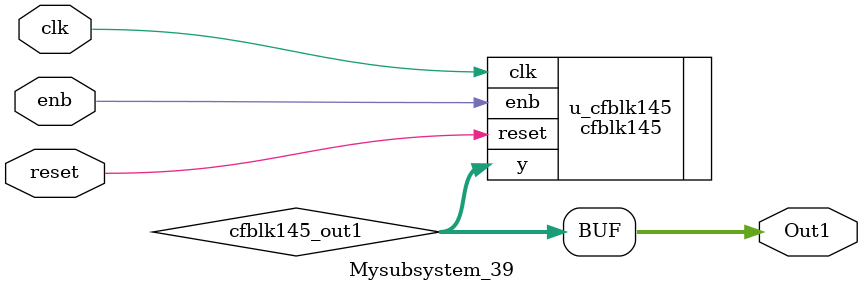
<source format=v>



`timescale 1 ns / 1 ns

module Mysubsystem_39
          (clk,
           reset,
           enb,
           Out1);


  input   clk;
  input   reset;
  input   enb;
  output  [7:0] Out1;  // uint8


  wire [7:0] cfblk145_out1;  // uint8


  cfblk145 u_cfblk145 (.clk(clk),
                       .reset(reset),
                       .enb(enb),
                       .y(cfblk145_out1)  // uint8
                       );

  assign Out1 = cfblk145_out1;

endmodule  // Mysubsystem_39


</source>
